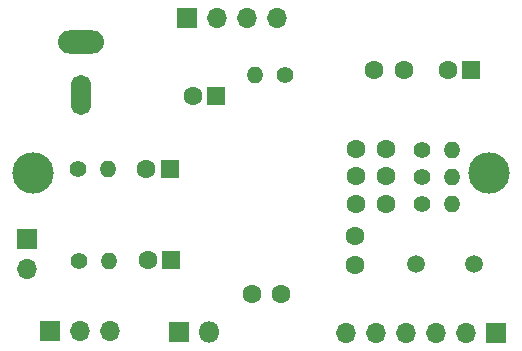
<source format=gbs>
%TF.GenerationSoftware,KiCad,Pcbnew,7.0.10-7.0.10~ubuntu22.04.1*%
%TF.CreationDate,2024-04-16T08:27:36+02:00*%
%TF.ProjectId,oric_comp_video,6f726963-5f63-46f6-9d70-5f766964656f,1*%
%TF.SameCoordinates,PX1b40518PY99d1710*%
%TF.FileFunction,Soldermask,Bot*%
%TF.FilePolarity,Negative*%
%FSLAX46Y46*%
G04 Gerber Fmt 4.6, Leading zero omitted, Abs format (unit mm)*
G04 Created by KiCad (PCBNEW 7.0.10-7.0.10~ubuntu22.04.1) date 2024-04-16 08:27:36*
%MOMM*%
%LPD*%
G01*
G04 APERTURE LIST*
%ADD10C,1.600000*%
%ADD11C,1.400000*%
%ADD12O,1.400000X1.400000*%
%ADD13R,1.600000X1.600000*%
%ADD14R,1.800000X1.800000*%
%ADD15O,1.800000X1.800000*%
%ADD16R,1.700000X1.700000*%
%ADD17O,1.700000X1.700000*%
%ADD18C,3.500000*%
%ADD19C,1.500000*%
%ADD20O,1.700000X3.400000*%
%ADD21O,3.900000X1.950000*%
G04 APERTURE END LIST*
D10*
%TO.C,C1*%
X112852200Y57870200D03*
X112852200Y60370200D03*
%TD*%
%TO.C,C2*%
X115468400Y63093600D03*
X112968400Y63093600D03*
%TD*%
%TO.C,C3*%
X115468400Y65405000D03*
X112968400Y65405000D03*
%TD*%
%TO.C,C4*%
X115468400Y67716400D03*
X112968400Y67716400D03*
%TD*%
D11*
%TO.C,R1*%
X118541800Y63093600D03*
D12*
X121081800Y63093600D03*
%TD*%
D11*
%TO.C,R2*%
X118541800Y65354200D03*
D12*
X121081800Y65354200D03*
%TD*%
D11*
%TO.C,R3*%
X118541800Y67614800D03*
D12*
X121081800Y67614800D03*
%TD*%
D11*
%TO.C,R4*%
X89458800Y65989200D03*
D12*
X91998800Y65989200D03*
%TD*%
D10*
%TO.C,C7*%
X116992400Y74371200D03*
X114492400Y74371200D03*
%TD*%
D13*
%TO.C,C9*%
X97326200Y58293000D03*
D10*
X95326200Y58293000D03*
%TD*%
D14*
%TO.C,D1*%
X97967800Y52247800D03*
D15*
X100507800Y52247800D03*
%TD*%
D16*
%TO.C,JP1*%
X87060800Y52298600D03*
D17*
X89600800Y52298600D03*
X92140800Y52298600D03*
%TD*%
D10*
%TO.C,C5*%
X104114600Y55473600D03*
X106614600Y55473600D03*
%TD*%
D13*
%TO.C,C6*%
X122722700Y74422000D03*
D10*
X120722700Y74422000D03*
%TD*%
D11*
%TO.C,R5*%
X89484200Y58267600D03*
D12*
X92024200Y58267600D03*
%TD*%
D18*
%TO.C,H1*%
X85623400Y65684400D03*
%TD*%
%TO.C,H2*%
X124231400Y65684400D03*
%TD*%
D13*
%TO.C,C8*%
X97199200Y66014600D03*
D10*
X95199200Y66014600D03*
%TD*%
D13*
%TO.C,C10*%
X101132700Y72186800D03*
D10*
X99132700Y72186800D03*
%TD*%
D19*
%TO.C,Y1*%
X122936000Y58013600D03*
X118056000Y58013600D03*
%TD*%
D16*
%TO.C,J5*%
X98639600Y78814200D03*
D17*
X101179600Y78814200D03*
X103719600Y78814200D03*
X106259600Y78814200D03*
%TD*%
D20*
%TO.C,J3*%
X89695800Y72266400D03*
D21*
X89695800Y76766400D03*
%TD*%
D11*
%TO.C,R6*%
X106984800Y73939400D03*
D12*
X104444800Y73939400D03*
%TD*%
D16*
%TO.C,J1*%
X124815600Y52171600D03*
D17*
X122275600Y52171600D03*
X119735600Y52171600D03*
X117195600Y52171600D03*
X114655600Y52171600D03*
X112115600Y52171600D03*
%TD*%
D16*
%TO.C,J2*%
X85140800Y60121800D03*
D17*
X85140800Y57581800D03*
%TD*%
M02*

</source>
